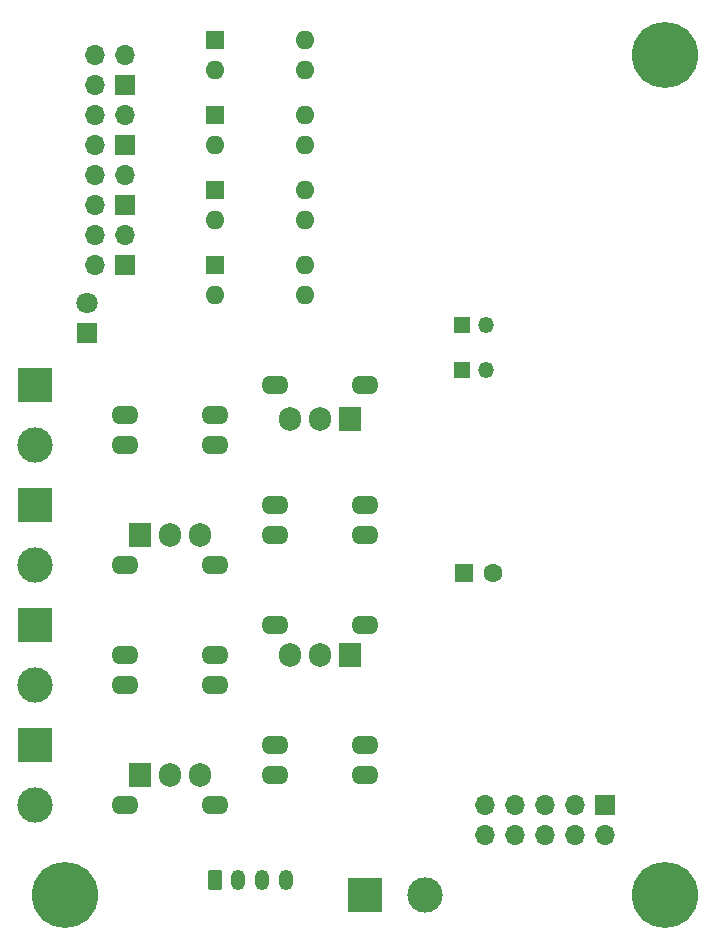
<source format=gbr>
%TF.GenerationSoftware,KiCad,Pcbnew,6.0.6*%
%TF.CreationDate,2022-09-05T11:32:40-04:00*%
%TF.ProjectId,mpio8,6d70696f-382e-46b6-9963-61645f706362,rev?*%
%TF.SameCoordinates,Original*%
%TF.FileFunction,Soldermask,Bot*%
%TF.FilePolarity,Negative*%
%FSLAX46Y46*%
G04 Gerber Fmt 4.6, Leading zero omitted, Abs format (unit mm)*
G04 Created by KiCad (PCBNEW 6.0.6) date 2022-09-05 11:32:40*
%MOMM*%
%LPD*%
G01*
G04 APERTURE LIST*
G04 Aperture macros list*
%AMRoundRect*
0 Rectangle with rounded corners*
0 $1 Rounding radius*
0 $2 $3 $4 $5 $6 $7 $8 $9 X,Y pos of 4 corners*
0 Add a 4 corners polygon primitive as box body*
4,1,4,$2,$3,$4,$5,$6,$7,$8,$9,$2,$3,0*
0 Add four circle primitives for the rounded corners*
1,1,$1+$1,$2,$3*
1,1,$1+$1,$4,$5*
1,1,$1+$1,$6,$7*
1,1,$1+$1,$8,$9*
0 Add four rect primitives between the rounded corners*
20,1,$1+$1,$2,$3,$4,$5,0*
20,1,$1+$1,$4,$5,$6,$7,0*
20,1,$1+$1,$6,$7,$8,$9,0*
20,1,$1+$1,$8,$9,$2,$3,0*%
G04 Aperture macros list end*
%ADD10R,1.800000X1.800000*%
%ADD11C,1.800000*%
%ADD12R,1.350000X1.350000*%
%ADD13O,1.350000X1.350000*%
%ADD14C,5.600000*%
%ADD15R,1.600000X1.600000*%
%ADD16C,1.600000*%
%ADD17R,1.700000X1.700000*%
%ADD18O,1.700000X1.700000*%
%ADD19R,3.000000X3.000000*%
%ADD20C,3.000000*%
%ADD21O,2.300000X1.600000*%
%ADD22O,1.600000X1.600000*%
%ADD23R,1.905000X2.000000*%
%ADD24O,1.905000X2.000000*%
%ADD25RoundRect,0.250000X-0.350000X-0.625000X0.350000X-0.625000X0.350000X0.625000X-0.350000X0.625000X0*%
%ADD26O,1.200000X1.750000*%
G04 APERTURE END LIST*
D10*
%TO.C,D5*%
X85725000Y-84455000D03*
D11*
X85725000Y-81915000D03*
%TD*%
D12*
%TO.C,JP12*%
X117475000Y-87630000D03*
D13*
X119475000Y-87630000D03*
%TD*%
D12*
%TO.C,JP11*%
X117475000Y-83820000D03*
D13*
X119475000Y-83820000D03*
%TD*%
D14*
%TO.C,H3*%
X83820000Y-132080000D03*
%TD*%
D15*
%TO.C,C1*%
X117592349Y-104775000D03*
D16*
X120092349Y-104775000D03*
%TD*%
D17*
%TO.C,J3*%
X129540000Y-124460000D03*
D18*
X129540000Y-127000000D03*
X127000000Y-124460000D03*
X127000000Y-127000000D03*
X124460000Y-124460000D03*
X124460000Y-127000000D03*
X121920000Y-124460000D03*
X121920000Y-127000000D03*
X119380000Y-124460000D03*
X119380000Y-127000000D03*
%TD*%
D14*
%TO.C,H1*%
X134620000Y-60960000D03*
%TD*%
D17*
%TO.C,J11*%
X88900000Y-63500000D03*
D18*
X86360000Y-63500000D03*
X88900000Y-60960000D03*
X86360000Y-60960000D03*
%TD*%
D17*
%TO.C,J9*%
X88900000Y-73660000D03*
D18*
X86360000Y-73660000D03*
X88900000Y-71120000D03*
X86360000Y-71120000D03*
%TD*%
D19*
%TO.C,J5*%
X81280000Y-109220000D03*
D20*
X81280000Y-114300000D03*
%TD*%
D21*
%TO.C,K2*%
X101600000Y-109220000D03*
X101600000Y-119380000D03*
X101600000Y-121920000D03*
X109220000Y-121920000D03*
X109220000Y-119380000D03*
X109220000Y-109220000D03*
%TD*%
D15*
%TO.C,U5*%
X96520000Y-72390000D03*
D22*
X96520000Y-74930000D03*
X104140000Y-74930000D03*
X104140000Y-72390000D03*
%TD*%
D23*
%TO.C,Q5*%
X90170000Y-101600000D03*
D24*
X92710000Y-101600000D03*
X95250000Y-101600000D03*
%TD*%
D15*
%TO.C,U7*%
X96520000Y-59690000D03*
D22*
X96520000Y-62230000D03*
X104140000Y-62230000D03*
X104140000Y-59690000D03*
%TD*%
D14*
%TO.C,H2*%
X134620000Y-132080000D03*
%TD*%
D23*
%TO.C,Q1*%
X90170000Y-121920000D03*
D24*
X92710000Y-121920000D03*
X95250000Y-121920000D03*
%TD*%
D21*
%TO.C,K3*%
X96520000Y-104140000D03*
X96520000Y-93980000D03*
X96520000Y-91440000D03*
X88900000Y-91440000D03*
X88900000Y-93980000D03*
X88900000Y-104140000D03*
%TD*%
%TO.C,K4*%
X101600000Y-88900000D03*
X101600000Y-99060000D03*
X101600000Y-101600000D03*
X109220000Y-101600000D03*
X109220000Y-99060000D03*
X109220000Y-88900000D03*
%TD*%
D25*
%TO.C,J2*%
X96520000Y-130810000D03*
D26*
X98520000Y-130810000D03*
X100520000Y-130810000D03*
X102520000Y-130810000D03*
%TD*%
D17*
%TO.C,J10*%
X88900000Y-68580000D03*
D18*
X86360000Y-68580000D03*
X88900000Y-66040000D03*
X86360000Y-66040000D03*
%TD*%
D17*
%TO.C,J8*%
X88900000Y-78740000D03*
D18*
X86360000Y-78740000D03*
X88900000Y-76200000D03*
X86360000Y-76200000D03*
%TD*%
D23*
%TO.C,Q3*%
X107950000Y-111760000D03*
D24*
X105410000Y-111760000D03*
X102870000Y-111760000D03*
%TD*%
D15*
%TO.C,U6*%
X96520000Y-66040000D03*
D22*
X96520000Y-68580000D03*
X104140000Y-68580000D03*
X104140000Y-66040000D03*
%TD*%
D21*
%TO.C,K1*%
X96520000Y-124460000D03*
X96520000Y-114300000D03*
X96520000Y-111760000D03*
X88900000Y-111760000D03*
X88900000Y-114300000D03*
X88900000Y-124460000D03*
%TD*%
D19*
%TO.C,J6*%
X81280000Y-99060000D03*
D20*
X81280000Y-104140000D03*
%TD*%
D15*
%TO.C,U4*%
X96520000Y-78740000D03*
D22*
X96520000Y-81280000D03*
X104140000Y-81280000D03*
X104140000Y-78740000D03*
%TD*%
D19*
%TO.C,J4*%
X81280000Y-119380000D03*
D20*
X81280000Y-124460000D03*
%TD*%
D19*
%TO.C,J7*%
X81280000Y-88900000D03*
D20*
X81280000Y-93980000D03*
%TD*%
D19*
%TO.C,J1*%
X109220000Y-132080000D03*
D20*
X114300000Y-132080000D03*
%TD*%
D23*
%TO.C,Q7*%
X107950000Y-91765000D03*
D24*
X105410000Y-91765000D03*
X102870000Y-91765000D03*
%TD*%
M02*

</source>
